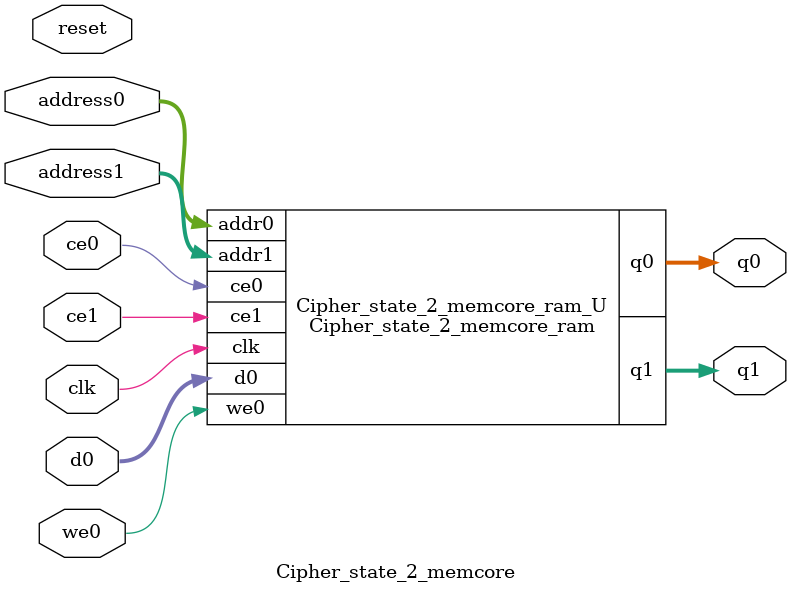
<source format=v>
`timescale 1 ns / 1 ps
module Cipher_state_2_memcore_ram (addr0, ce0, d0, we0, q0, addr1, ce1, q1,  clk);

parameter DWIDTH = 8;
parameter AWIDTH = 4;
parameter MEM_SIZE = 16;

input[AWIDTH-1:0] addr0;
input ce0;
input[DWIDTH-1:0] d0;
input we0;
output reg[DWIDTH-1:0] q0;
input[AWIDTH-1:0] addr1;
input ce1;
output reg[DWIDTH-1:0] q1;
input clk;

(* ram_style = "distributed" *)reg [DWIDTH-1:0] ram[0:MEM_SIZE-1];




always @(posedge clk)  
begin 
    if (ce0) 
    begin
        if (we0) 
        begin 
            ram[addr0] <= d0; 
        end 
        q0 <= ram[addr0];
    end
end


always @(posedge clk)  
begin 
    if (ce1) 
    begin
        q1 <= ram[addr1];
    end
end


endmodule

`timescale 1 ns / 1 ps
module Cipher_state_2_memcore(
    reset,
    clk,
    address0,
    ce0,
    we0,
    d0,
    q0,
    address1,
    ce1,
    q1);

parameter DataWidth = 32'd8;
parameter AddressRange = 32'd16;
parameter AddressWidth = 32'd4;
input reset;
input clk;
input[AddressWidth - 1:0] address0;
input ce0;
input we0;
input[DataWidth - 1:0] d0;
output[DataWidth - 1:0] q0;
input[AddressWidth - 1:0] address1;
input ce1;
output[DataWidth - 1:0] q1;



Cipher_state_2_memcore_ram Cipher_state_2_memcore_ram_U(
    .clk( clk ),
    .addr0( address0 ),
    .ce0( ce0 ),
    .we0( we0 ),
    .d0( d0 ),
    .q0( q0 ),
    .addr1( address1 ),
    .ce1( ce1 ),
    .q1( q1 ));

endmodule


</source>
